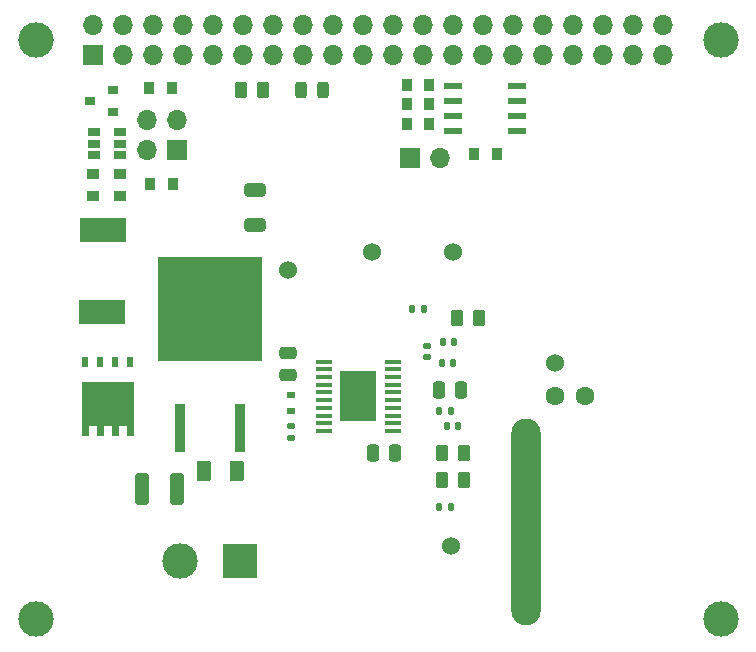
<source format=gts>
G04 #@! TF.GenerationSoftware,KiCad,Pcbnew,(6.0.9-0)*
G04 #@! TF.CreationDate,2023-02-01T16:38:20-05:00*
G04 #@! TF.ProjectId,LM5116-05,4c4d3531-3136-42d3-9035-2e6b69636164,rev?*
G04 #@! TF.SameCoordinates,Original*
G04 #@! TF.FileFunction,Soldermask,Top*
G04 #@! TF.FilePolarity,Negative*
%FSLAX46Y46*%
G04 Gerber Fmt 4.6, Leading zero omitted, Abs format (unit mm)*
G04 Created by KiCad (PCBNEW (6.0.9-0)) date 2023-02-01 16:38:20*
%MOMM*%
%LPD*%
G01*
G04 APERTURE LIST*
G04 Aperture macros list*
%AMRoundRect*
0 Rectangle with rounded corners*
0 $1 Rounding radius*
0 $2 $3 $4 $5 $6 $7 $8 $9 X,Y pos of 4 corners*
0 Add a 4 corners polygon primitive as box body*
4,1,4,$2,$3,$4,$5,$6,$7,$8,$9,$2,$3,0*
0 Add four circle primitives for the rounded corners*
1,1,$1+$1,$2,$3*
1,1,$1+$1,$4,$5*
1,1,$1+$1,$6,$7*
1,1,$1+$1,$8,$9*
0 Add four rect primitives between the rounded corners*
20,1,$1+$1,$2,$3,$4,$5,0*
20,1,$1+$1,$4,$5,$6,$7,0*
20,1,$1+$1,$6,$7,$8,$9,0*
20,1,$1+$1,$8,$9,$2,$3,0*%
%AMFreePoly0*
4,1,17,2.675000,1.605000,1.875000,1.605000,1.875000,0.935000,2.675000,0.935000,2.675000,0.335000,1.875000,0.335000,1.875000,-0.335000,2.675000,-0.335000,2.675000,-0.935000,1.875000,-0.935000,1.875000,-1.605000,2.675000,-1.605000,2.675000,-2.205000,-1.875000,-2.205000,-1.875000,2.205000,2.675000,2.205000,2.675000,1.605000,2.675000,1.605000,$1*%
G04 Aperture macros list end*
%ADD10C,3.000000*%
%ADD11R,0.845000X1.000000*%
%ADD12R,1.000000X0.845000*%
%ADD13R,1.060000X0.650000*%
%ADD14R,0.900000X0.800000*%
%ADD15R,1.550000X0.600000*%
%ADD16O,1.700000X1.700000*%
%ADD17R,1.700000X1.700000*%
%ADD18RoundRect,0.250000X-0.325000X-1.100000X0.325000X-1.100000X0.325000X1.100000X-0.325000X1.100000X0*%
%ADD19RoundRect,0.250000X0.475000X-0.250000X0.475000X0.250000X-0.475000X0.250000X-0.475000X-0.250000X0*%
%ADD20R,0.700000X0.600000*%
%ADD21RoundRect,0.243750X-0.243750X-0.456250X0.243750X-0.456250X0.243750X0.456250X-0.243750X0.456250X0*%
%ADD22R,3.000000X3.000000*%
%ADD23RoundRect,0.250000X-0.262500X-0.450000X0.262500X-0.450000X0.262500X0.450000X-0.262500X0.450000X0*%
%ADD24RoundRect,0.250000X0.375000X0.625000X-0.375000X0.625000X-0.375000X-0.625000X0.375000X-0.625000X0*%
%ADD25RoundRect,0.250000X0.250000X0.475000X-0.250000X0.475000X-0.250000X-0.475000X0.250000X-0.475000X0*%
%ADD26RoundRect,0.147500X-0.172500X0.147500X-0.172500X-0.147500X0.172500X-0.147500X0.172500X0.147500X0*%
%ADD27R,1.450000X0.450000*%
%ADD28R,3.150000X4.350000*%
%ADD29R,4.000000X2.000000*%
%ADD30RoundRect,0.147500X-0.147500X-0.172500X0.147500X-0.172500X0.147500X0.172500X-0.147500X0.172500X0*%
%ADD31RoundRect,0.250000X0.650000X-0.325000X0.650000X0.325000X-0.650000X0.325000X-0.650000X-0.325000X0*%
%ADD32RoundRect,0.147500X0.147500X0.172500X-0.147500X0.172500X-0.147500X-0.172500X0.147500X-0.172500X0*%
%ADD33RoundRect,0.250000X-0.250000X-0.475000X0.250000X-0.475000X0.250000X0.475000X-0.250000X0.475000X0*%
%ADD34RoundRect,0.147500X0.172500X-0.147500X0.172500X0.147500X-0.172500X0.147500X-0.172500X-0.147500X0*%
%ADD35O,2.500000X17.500000*%
%ADD36FreePoly0,270.000000*%
%ADD37R,0.500000X0.850000*%
%ADD38R,0.970000X4.070000*%
%ADD39R,8.770000X8.920000*%
%ADD40C,1.524000*%
%ADD41C,1.600000*%
G04 APERTURE END LIST*
D10*
X82040000Y-64310000D03*
X140040000Y-64330000D03*
X82040000Y-113320000D03*
X140030000Y-113310000D03*
D11*
X91637500Y-68400000D03*
X93562500Y-68400000D03*
X91737500Y-76500000D03*
X93662500Y-76500000D03*
X119137500Y-74000000D03*
X121062500Y-74000000D03*
D12*
X86900000Y-75637500D03*
X86900000Y-77562500D03*
X89200000Y-75637500D03*
X89200000Y-77562500D03*
D11*
X113437500Y-71400000D03*
X115362500Y-71400000D03*
X113437500Y-69700000D03*
X115362500Y-69700000D03*
D13*
X86950000Y-72150000D03*
X86950000Y-73100000D03*
X86950000Y-74050000D03*
X89150000Y-74050000D03*
X89150000Y-73100000D03*
X89150000Y-72150000D03*
D14*
X88600000Y-70419000D03*
X88600000Y-68519000D03*
X86600000Y-69469000D03*
D15*
X122800000Y-72005000D03*
X122800000Y-70735000D03*
X122800000Y-69465000D03*
X122800000Y-68195000D03*
X117400000Y-68195000D03*
X117400000Y-69465000D03*
X117400000Y-70735000D03*
X117400000Y-72005000D03*
D16*
X91440000Y-71120000D03*
X93980000Y-71120000D03*
X91440000Y-73660000D03*
D17*
X93980000Y-73660000D03*
D11*
X113437500Y-68100000D03*
X115362500Y-68100000D03*
D18*
X91030000Y-102362000D03*
X93980000Y-102362000D03*
D19*
X103378000Y-92710000D03*
X103378000Y-90810000D03*
D20*
X103632000Y-95758000D03*
X103632000Y-94358000D03*
D21*
X104472500Y-68580000D03*
X106347500Y-68580000D03*
D22*
X99314000Y-108458000D03*
D10*
X94234000Y-108458000D03*
D23*
X99417500Y-68580000D03*
X101242500Y-68580000D03*
D24*
X99060000Y-100838000D03*
X96260000Y-100838000D03*
D23*
X116435500Y-99314000D03*
X118260500Y-99314000D03*
X116463000Y-101600000D03*
X118288000Y-101600000D03*
D25*
X112456000Y-99314000D03*
X110556000Y-99314000D03*
D26*
X103632000Y-97028000D03*
X103632000Y-97998000D03*
D27*
X112276000Y-97413000D03*
X112276000Y-96763000D03*
X112276000Y-96113000D03*
X112276000Y-95463000D03*
X112276000Y-94813000D03*
X112276000Y-94163000D03*
X112276000Y-93513000D03*
X112276000Y-92863000D03*
X112276000Y-92213000D03*
X112276000Y-91563000D03*
X106426000Y-91563000D03*
X106426000Y-92213000D03*
X106426000Y-92863000D03*
X106426000Y-93513000D03*
X106426000Y-94163000D03*
X106426000Y-94813000D03*
X106426000Y-95463000D03*
X106426000Y-96113000D03*
X106426000Y-96763000D03*
X106426000Y-97413000D03*
D28*
X109351000Y-94488000D03*
D29*
X87630000Y-87376000D03*
X87757000Y-80391000D03*
D23*
X117710000Y-87884000D03*
X119535000Y-87884000D03*
D17*
X113700000Y-74295000D03*
D16*
X116240000Y-74295000D03*
D30*
X116863000Y-97028000D03*
X117833000Y-97028000D03*
D31*
X100584000Y-79961000D03*
X100584000Y-77011000D03*
D32*
X117410000Y-91694000D03*
X116440000Y-91694000D03*
X117456000Y-89916000D03*
X116486000Y-89916000D03*
D33*
X116186000Y-93980000D03*
X118086000Y-93980000D03*
D30*
X116209000Y-95758000D03*
X117179000Y-95758000D03*
X113923000Y-87122000D03*
X114893000Y-87122000D03*
X116209000Y-103886000D03*
X117179000Y-103886000D03*
D34*
X115170000Y-91186000D03*
X115170000Y-90216000D03*
D35*
X123571000Y-105156000D03*
D36*
X88138000Y-95138000D03*
D37*
X90043000Y-91588000D03*
X88773000Y-91588000D03*
X87503000Y-91588000D03*
X86233000Y-91588000D03*
D38*
X94234000Y-97172000D03*
D39*
X96774000Y-87082000D03*
D38*
X99314000Y-97172000D03*
D40*
X103378000Y-83820000D03*
X125984000Y-91694000D03*
X117202000Y-107188000D03*
X117348000Y-82296000D03*
D41*
X128504000Y-94488000D03*
X126004000Y-94488000D03*
D40*
X110490000Y-82296000D03*
D17*
X86920000Y-65590000D03*
D16*
X86920000Y-63050000D03*
X89460000Y-65590000D03*
X89460000Y-63050000D03*
X92000000Y-65590000D03*
X92000000Y-63050000D03*
X94540000Y-65590000D03*
X94540000Y-63050000D03*
X97080000Y-65590000D03*
X97080000Y-63050000D03*
X99620000Y-65590000D03*
X99620000Y-63050000D03*
X102160000Y-65590000D03*
X102160000Y-63050000D03*
X104700000Y-65590000D03*
X104700000Y-63050000D03*
X107240000Y-65590000D03*
X107240000Y-63050000D03*
X109780000Y-65590000D03*
X109780000Y-63050000D03*
X112320000Y-65590000D03*
X112320000Y-63050000D03*
X114860000Y-65590000D03*
X114860000Y-63050000D03*
X117400000Y-65590000D03*
X117400000Y-63050000D03*
X119940000Y-65590000D03*
X119940000Y-63050000D03*
X122480000Y-65590000D03*
X122480000Y-63050000D03*
X125020000Y-65590000D03*
X125020000Y-63050000D03*
X127560000Y-65590000D03*
X127560000Y-63050000D03*
X130100000Y-65590000D03*
X130100000Y-63050000D03*
X132640000Y-65590000D03*
X132640000Y-63050000D03*
X135180000Y-65590000D03*
X135180000Y-63050000D03*
M02*

</source>
